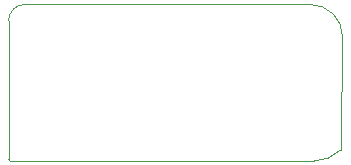
<source format=gbr>
%TF.GenerationSoftware,Altium Limited,Altium Designer,25.0.2 (28)*%
G04 Layer_Color=0*
%FSLAX45Y45*%
%MOMM*%
%TF.SameCoordinates,E57AED57-440D-4D4F-8B67-6D4582B64FA8*%
%TF.FilePolarity,Positive*%
%TF.FileFunction,Profile,NP*%
%TF.Part,Single*%
G01*
G75*
%TA.AperFunction,Profile*%
%ADD26C,0.02540*%
D26*
X-12738Y0D02*
G03*
X0Y-12738I12738J0D01*
G01*
X2573000D01*
D02*
G03*
X2798810Y80795I0J319343D01*
G01*
X2802540Y89700D01*
X2812737Y1049832D01*
X2812738Y1050000D01*
D02*
G03*
X2738297Y1229717I-254159J0D01*
G01*
D02*
G03*
X2537867Y1312738I-200429J-200429D01*
G01*
X127000D01*
D02*
G03*
X-12738Y1173000I0J-139738D01*
G01*
Y0D01*
%TF.MD5,4d6872182f8dfe9aeb65d965673264a5*%
M02*

</source>
